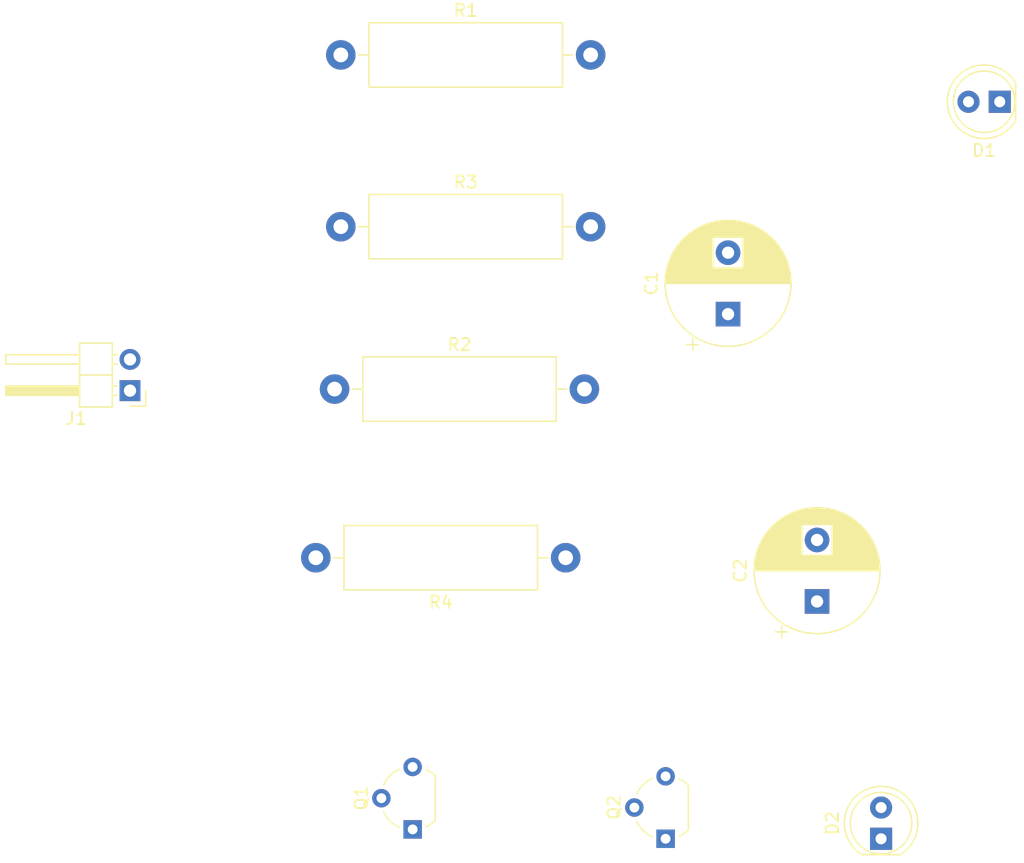
<source format=kicad_pcb>
(kicad_pcb (version 20171130) (host pcbnew "(5.1.7)-1")

  (general
    (thickness 1.6)
    (drawings 0)
    (tracks 0)
    (zones 0)
    (modules 11)
    (nets 9)
  )

  (page A4)
  (layers
    (0 F.Cu signal)
    (31 B.Cu signal)
    (32 B.Adhes user)
    (33 F.Adhes user)
    (34 B.Paste user)
    (35 F.Paste user)
    (36 B.SilkS user)
    (37 F.SilkS user)
    (38 B.Mask user)
    (39 F.Mask user)
    (40 Dwgs.User user)
    (41 Cmts.User user)
    (42 Eco1.User user)
    (43 Eco2.User user)
    (44 Edge.Cuts user)
    (45 Margin user)
    (46 B.CrtYd user)
    (47 F.CrtYd user)
    (48 B.Fab user)
    (49 F.Fab user)
  )

  (setup
    (last_trace_width 0.25)
    (user_trace_width 0.25)
    (user_trace_width 0.5)
    (user_trace_width 1)
    (user_trace_width 2)
    (trace_clearance 0.2)
    (zone_clearance 0.508)
    (zone_45_only no)
    (trace_min 0.2)
    (via_size 0.8)
    (via_drill 0.4)
    (via_min_size 0.4)
    (via_min_drill 0.3)
    (user_via 0.6 0.5)
    (user_via 0.8 0.7)
    (user_via 1 0.9)
    (user_via 1.2 1.1)
    (user_via 1.6 1.5)
    (user_via 2 1.9)
    (uvia_size 0.3)
    (uvia_drill 0.1)
    (uvias_allowed no)
    (uvia_min_size 0.2)
    (uvia_min_drill 0.1)
    (edge_width 0.05)
    (segment_width 0.2)
    (pcb_text_width 0.3)
    (pcb_text_size 1.5 1.5)
    (mod_edge_width 0.12)
    (mod_text_size 1 1)
    (mod_text_width 0.15)
    (pad_size 1.524 1.524)
    (pad_drill 0.762)
    (pad_to_mask_clearance 0)
    (aux_axis_origin 0 0)
    (visible_elements 7FFFFFFF)
    (pcbplotparams
      (layerselection 0x010fc_ffffffff)
      (usegerberextensions false)
      (usegerberattributes true)
      (usegerberadvancedattributes true)
      (creategerberjobfile true)
      (excludeedgelayer true)
      (linewidth 0.100000)
      (plotframeref false)
      (viasonmask false)
      (mode 1)
      (useauxorigin false)
      (hpglpennumber 1)
      (hpglpenspeed 20)
      (hpglpendiameter 15.000000)
      (psnegative false)
      (psa4output false)
      (plotreference true)
      (plotvalue true)
      (plotinvisibletext false)
      (padsonsilk false)
      (subtractmaskfromsilk false)
      (outputformat 1)
      (mirror false)
      (drillshape 1)
      (scaleselection 1)
      (outputdirectory ""))
  )

  (net 0 "")
  (net 1 "Net-(C1-Pad1)")
  (net 2 "Net-(C1-Pad2)")
  (net 3 "Net-(C2-Pad2)")
  (net 4 "Net-(C2-Pad1)")
  (net 5 "Net-(D1-Pad2)")
  (net 6 "Net-(D2-Pad2)")
  (net 7 "Net-(J1-Pad1)")
  (net 8 "Net-(J1-Pad2)")

  (net_class Default "This is the default net class."
    (clearance 0.2)
    (trace_width 0.25)
    (via_dia 0.8)
    (via_drill 0.4)
    (uvia_dia 0.3)
    (uvia_drill 0.1)
    (add_net "Net-(C1-Pad1)")
    (add_net "Net-(C1-Pad2)")
    (add_net "Net-(C2-Pad1)")
    (add_net "Net-(C2-Pad2)")
    (add_net "Net-(D1-Pad2)")
    (add_net "Net-(D2-Pad2)")
    (add_net "Net-(J1-Pad1)")
    (add_net "Net-(J1-Pad2)")
  )

  (module Package_TO_SOT_THT:TO-92_Wide (layer F.Cu) (tedit 5A2795B7) (tstamp 5F9605D5)
    (at 135.382 130.302 90)
    (descr "TO-92 leads molded, wide, drill 0.75mm (see NXP sot054_po.pdf)")
    (tags "to-92 sc-43 sc-43a sot54 PA33 transistor")
    (path /5F95DC28)
    (fp_text reference Q1 (at 2.55 -4.19 90) (layer F.SilkS)
      (effects (font (size 1 1) (thickness 0.15)))
    )
    (fp_text value 2N3904 (at 2.54 2.79 90) (layer F.Fab)
      (effects (font (size 1 1) (thickness 0.15)))
    )
    (fp_line (start 6.09 2.01) (end -1.01 2.01) (layer F.CrtYd) (width 0.05))
    (fp_line (start 6.09 2.01) (end 6.09 -3.55) (layer F.CrtYd) (width 0.05))
    (fp_line (start -1.01 -3.55) (end -1.01 2.01) (layer F.CrtYd) (width 0.05))
    (fp_line (start -1.01 -3.55) (end 6.09 -3.55) (layer F.CrtYd) (width 0.05))
    (fp_line (start 0.8 1.75) (end 4.3 1.75) (layer F.Fab) (width 0.1))
    (fp_line (start 0.74 1.85) (end 4.34 1.85) (layer F.SilkS) (width 0.12))
    (fp_text user %R (at 3.175 -3.175 90) (layer F.Fab)
      (effects (font (size 1 1) (thickness 0.15)))
    )
    (fp_arc (start 2.54 0) (end 0.74 1.85) (angle 20) (layer F.SilkS) (width 0.12))
    (fp_arc (start 2.54 0) (end 1.4 -2.35) (angle -39.12170074) (layer F.SilkS) (width 0.12))
    (fp_arc (start 2.54 0) (end 3.65 -2.35) (angle 39.71668247) (layer F.SilkS) (width 0.12))
    (fp_arc (start 2.54 0) (end 2.54 -2.48) (angle 135) (layer F.Fab) (width 0.1))
    (fp_arc (start 2.54 0) (end 2.54 -2.48) (angle -135) (layer F.Fab) (width 0.1))
    (fp_arc (start 2.54 0) (end 4.34 1.85) (angle -20) (layer F.SilkS) (width 0.12))
    (pad 2 thru_hole circle (at 2.54 -2.54 90) (size 1.5 1.5) (drill 0.8) (layers *.Cu *.Mask)
      (net 3 "Net-(C2-Pad2)"))
    (pad 3 thru_hole circle (at 5.08 0 90) (size 1.5 1.5) (drill 0.8) (layers *.Cu *.Mask)
      (net 1 "Net-(C1-Pad1)"))
    (pad 1 thru_hole rect (at 0 0 90) (size 1.5 1.5) (drill 0.8) (layers *.Cu *.Mask)
      (net 7 "Net-(J1-Pad1)"))
    (model ${KISYS3DMOD}/Package_TO_SOT_THT.3dshapes/TO-92_Wide.wrl
      (at (xyz 0 0 0))
      (scale (xyz 1 1 1))
      (rotate (xyz 0 0 0))
    )
  )

  (module Capacitor_THT:CP_Radial_D10.0mm_P5.00mm (layer F.Cu) (tedit 5AE50EF1) (tstamp 5F96049E)
    (at 161.036 88.392 90)
    (descr "CP, Radial series, Radial, pin pitch=5.00mm, , diameter=10mm, Electrolytic Capacitor")
    (tags "CP Radial series Radial pin pitch 5.00mm  diameter 10mm Electrolytic Capacitor")
    (path /5F95CD09)
    (fp_text reference C1 (at 2.5 -6.25 90) (layer F.SilkS)
      (effects (font (size 1 1) (thickness 0.15)))
    )
    (fp_text value 10uF (at 2.5 6.25 90) (layer F.Fab)
      (effects (font (size 1 1) (thickness 0.15)))
    )
    (fp_line (start -2.479646 -3.375) (end -2.479646 -2.375) (layer F.SilkS) (width 0.12))
    (fp_line (start -2.979646 -2.875) (end -1.979646 -2.875) (layer F.SilkS) (width 0.12))
    (fp_line (start 7.581 -0.599) (end 7.581 0.599) (layer F.SilkS) (width 0.12))
    (fp_line (start 7.541 -0.862) (end 7.541 0.862) (layer F.SilkS) (width 0.12))
    (fp_line (start 7.501 -1.062) (end 7.501 1.062) (layer F.SilkS) (width 0.12))
    (fp_line (start 7.461 -1.23) (end 7.461 1.23) (layer F.SilkS) (width 0.12))
    (fp_line (start 7.421 -1.378) (end 7.421 1.378) (layer F.SilkS) (width 0.12))
    (fp_line (start 7.381 -1.51) (end 7.381 1.51) (layer F.SilkS) (width 0.12))
    (fp_line (start 7.341 -1.63) (end 7.341 1.63) (layer F.SilkS) (width 0.12))
    (fp_line (start 7.301 -1.742) (end 7.301 1.742) (layer F.SilkS) (width 0.12))
    (fp_line (start 7.261 -1.846) (end 7.261 1.846) (layer F.SilkS) (width 0.12))
    (fp_line (start 7.221 -1.944) (end 7.221 1.944) (layer F.SilkS) (width 0.12))
    (fp_line (start 7.181 -2.037) (end 7.181 2.037) (layer F.SilkS) (width 0.12))
    (fp_line (start 7.141 -2.125) (end 7.141 2.125) (layer F.SilkS) (width 0.12))
    (fp_line (start 7.101 -2.209) (end 7.101 2.209) (layer F.SilkS) (width 0.12))
    (fp_line (start 7.061 -2.289) (end 7.061 2.289) (layer F.SilkS) (width 0.12))
    (fp_line (start 7.021 -2.365) (end 7.021 2.365) (layer F.SilkS) (width 0.12))
    (fp_line (start 6.981 -2.439) (end 6.981 2.439) (layer F.SilkS) (width 0.12))
    (fp_line (start 6.941 -2.51) (end 6.941 2.51) (layer F.SilkS) (width 0.12))
    (fp_line (start 6.901 -2.579) (end 6.901 2.579) (layer F.SilkS) (width 0.12))
    (fp_line (start 6.861 -2.645) (end 6.861 2.645) (layer F.SilkS) (width 0.12))
    (fp_line (start 6.821 -2.709) (end 6.821 2.709) (layer F.SilkS) (width 0.12))
    (fp_line (start 6.781 -2.77) (end 6.781 2.77) (layer F.SilkS) (width 0.12))
    (fp_line (start 6.741 -2.83) (end 6.741 2.83) (layer F.SilkS) (width 0.12))
    (fp_line (start 6.701 -2.889) (end 6.701 2.889) (layer F.SilkS) (width 0.12))
    (fp_line (start 6.661 -2.945) (end 6.661 2.945) (layer F.SilkS) (width 0.12))
    (fp_line (start 6.621 -3) (end 6.621 3) (layer F.SilkS) (width 0.12))
    (fp_line (start 6.581 -3.054) (end 6.581 3.054) (layer F.SilkS) (width 0.12))
    (fp_line (start 6.541 -3.106) (end 6.541 3.106) (layer F.SilkS) (width 0.12))
    (fp_line (start 6.501 -3.156) (end 6.501 3.156) (layer F.SilkS) (width 0.12))
    (fp_line (start 6.461 -3.206) (end 6.461 3.206) (layer F.SilkS) (width 0.12))
    (fp_line (start 6.421 -3.254) (end 6.421 3.254) (layer F.SilkS) (width 0.12))
    (fp_line (start 6.381 -3.301) (end 6.381 3.301) (layer F.SilkS) (width 0.12))
    (fp_line (start 6.341 -3.347) (end 6.341 3.347) (layer F.SilkS) (width 0.12))
    (fp_line (start 6.301 -3.392) (end 6.301 3.392) (layer F.SilkS) (width 0.12))
    (fp_line (start 6.261 -3.436) (end 6.261 3.436) (layer F.SilkS) (width 0.12))
    (fp_line (start 6.221 1.241) (end 6.221 3.478) (layer F.SilkS) (width 0.12))
    (fp_line (start 6.221 -3.478) (end 6.221 -1.241) (layer F.SilkS) (width 0.12))
    (fp_line (start 6.181 1.241) (end 6.181 3.52) (layer F.SilkS) (width 0.12))
    (fp_line (start 6.181 -3.52) (end 6.181 -1.241) (layer F.SilkS) (width 0.12))
    (fp_line (start 6.141 1.241) (end 6.141 3.561) (layer F.SilkS) (width 0.12))
    (fp_line (start 6.141 -3.561) (end 6.141 -1.241) (layer F.SilkS) (width 0.12))
    (fp_line (start 6.101 1.241) (end 6.101 3.601) (layer F.SilkS) (width 0.12))
    (fp_line (start 6.101 -3.601) (end 6.101 -1.241) (layer F.SilkS) (width 0.12))
    (fp_line (start 6.061 1.241) (end 6.061 3.64) (layer F.SilkS) (width 0.12))
    (fp_line (start 6.061 -3.64) (end 6.061 -1.241) (layer F.SilkS) (width 0.12))
    (fp_line (start 6.021 1.241) (end 6.021 3.679) (layer F.SilkS) (width 0.12))
    (fp_line (start 6.021 -3.679) (end 6.021 -1.241) (layer F.SilkS) (width 0.12))
    (fp_line (start 5.981 1.241) (end 5.981 3.716) (layer F.SilkS) (width 0.12))
    (fp_line (start 5.981 -3.716) (end 5.981 -1.241) (layer F.SilkS) (width 0.12))
    (fp_line (start 5.941 1.241) (end 5.941 3.753) (layer F.SilkS) (width 0.12))
    (fp_line (start 5.941 -3.753) (end 5.941 -1.241) (layer F.SilkS) (width 0.12))
    (fp_line (start 5.901 1.241) (end 5.901 3.789) (layer F.SilkS) (width 0.12))
    (fp_line (start 5.901 -3.789) (end 5.901 -1.241) (layer F.SilkS) (width 0.12))
    (fp_line (start 5.861 1.241) (end 5.861 3.824) (layer F.SilkS) (width 0.12))
    (fp_line (start 5.861 -3.824) (end 5.861 -1.241) (layer F.SilkS) (width 0.12))
    (fp_line (start 5.821 1.241) (end 5.821 3.858) (layer F.SilkS) (width 0.12))
    (fp_line (start 5.821 -3.858) (end 5.821 -1.241) (layer F.SilkS) (width 0.12))
    (fp_line (start 5.781 1.241) (end 5.781 3.892) (layer F.SilkS) (width 0.12))
    (fp_line (start 5.781 -3.892) (end 5.781 -1.241) (layer F.SilkS) (width 0.12))
    (fp_line (start 5.741 1.241) (end 5.741 3.925) (layer F.SilkS) (width 0.12))
    (fp_line (start 5.741 -3.925) (end 5.741 -1.241) (layer F.SilkS) (width 0.12))
    (fp_line (start 5.701 1.241) (end 5.701 3.957) (layer F.SilkS) (width 0.12))
    (fp_line (start 5.701 -3.957) (end 5.701 -1.241) (layer F.SilkS) (width 0.12))
    (fp_line (start 5.661 1.241) (end 5.661 3.989) (layer F.SilkS) (width 0.12))
    (fp_line (start 5.661 -3.989) (end 5.661 -1.241) (layer F.SilkS) (width 0.12))
    (fp_line (start 5.621 1.241) (end 5.621 4.02) (layer F.SilkS) (width 0.12))
    (fp_line (start 5.621 -4.02) (end 5.621 -1.241) (layer F.SilkS) (width 0.12))
    (fp_line (start 5.581 1.241) (end 5.581 4.05) (layer F.SilkS) (width 0.12))
    (fp_line (start 5.581 -4.05) (end 5.581 -1.241) (layer F.SilkS) (width 0.12))
    (fp_line (start 5.541 1.241) (end 5.541 4.08) (layer F.SilkS) (width 0.12))
    (fp_line (start 5.541 -4.08) (end 5.541 -1.241) (layer F.SilkS) (width 0.12))
    (fp_line (start 5.501 1.241) (end 5.501 4.11) (layer F.SilkS) (width 0.12))
    (fp_line (start 5.501 -4.11) (end 5.501 -1.241) (layer F.SilkS) (width 0.12))
    (fp_line (start 5.461 1.241) (end 5.461 4.138) (layer F.SilkS) (width 0.12))
    (fp_line (start 5.461 -4.138) (end 5.461 -1.241) (layer F.SilkS) (width 0.12))
    (fp_line (start 5.421 1.241) (end 5.421 4.166) (layer F.SilkS) (width 0.12))
    (fp_line (start 5.421 -4.166) (end 5.421 -1.241) (layer F.SilkS) (width 0.12))
    (fp_line (start 5.381 1.241) (end 5.381 4.194) (layer F.SilkS) (width 0.12))
    (fp_line (start 5.381 -4.194) (end 5.381 -1.241) (layer F.SilkS) (width 0.12))
    (fp_line (start 5.341 1.241) (end 5.341 4.221) (layer F.SilkS) (width 0.12))
    (fp_line (start 5.341 -4.221) (end 5.341 -1.241) (layer F.SilkS) (width 0.12))
    (fp_line (start 5.301 1.241) (end 5.301 4.247) (layer F.SilkS) (width 0.12))
    (fp_line (start 5.301 -4.247) (end 5.301 -1.241) (layer F.SilkS) (width 0.12))
    (fp_line (start 5.261 1.241) (end 5.261 4.273) (layer F.SilkS) (width 0.12))
    (fp_line (start 5.261 -4.273) (end 5.261 -1.241) (layer F.SilkS) (width 0.12))
    (fp_line (start 5.221 1.241) (end 5.221 4.298) (layer F.SilkS) (width 0.12))
    (fp_line (start 5.221 -4.298) (end 5.221 -1.241) (layer F.SilkS) (width 0.12))
    (fp_line (start 5.181 1.241) (end 5.181 4.323) (layer F.SilkS) (width 0.12))
    (fp_line (start 5.181 -4.323) (end 5.181 -1.241) (layer F.SilkS) (width 0.12))
    (fp_line (start 5.141 1.241) (end 5.141 4.347) (layer F.SilkS) (width 0.12))
    (fp_line (start 5.141 -4.347) (end 5.141 -1.241) (layer F.SilkS) (width 0.12))
    (fp_line (start 5.101 1.241) (end 5.101 4.371) (layer F.SilkS) (width 0.12))
    (fp_line (start 5.101 -4.371) (end 5.101 -1.241) (layer F.SilkS) (width 0.12))
    (fp_line (start 5.061 1.241) (end 5.061 4.395) (layer F.SilkS) (width 0.12))
    (fp_line (start 5.061 -4.395) (end 5.061 -1.241) (layer F.SilkS) (width 0.12))
    (fp_line (start 5.021 1.241) (end 5.021 4.417) (layer F.SilkS) (width 0.12))
    (fp_line (start 5.021 -4.417) (end 5.021 -1.241) (layer F.SilkS) (width 0.12))
    (fp_line (start 4.981 1.241) (end 4.981 4.44) (layer F.SilkS) (width 0.12))
    (fp_line (start 4.981 -4.44) (end 4.981 -1.241) (layer F.SilkS) (width 0.12))
    (fp_line (start 4.941 1.241) (end 4.941 4.462) (layer F.SilkS) (width 0.12))
    (fp_line (start 4.941 -4.462) (end 4.941 -1.241) (layer F.SilkS) (width 0.12))
    (fp_line (start 4.901 1.241) (end 4.901 4.483) (layer F.SilkS) (width 0.12))
    (fp_line (start 4.901 -4.483) (end 4.901 -1.241) (layer F.SilkS) (width 0.12))
    (fp_line (start 4.861 1.241) (end 4.861 4.504) (layer F.SilkS) (width 0.12))
    (fp_line (start 4.861 -4.504) (end 4.861 -1.241) (layer F.SilkS) (width 0.12))
    (fp_line (start 4.821 1.241) (end 4.821 4.525) (layer F.SilkS) (width 0.12))
    (fp_line (start 4.821 -4.525) (end 4.821 -1.241) (layer F.SilkS) (width 0.12))
    (fp_line (start 4.781 1.241) (end 4.781 4.545) (layer F.SilkS) (width 0.12))
    (fp_line (start 4.781 -4.545) (end 4.781 -1.241) (layer F.SilkS) (width 0.12))
    (fp_line (start 4.741 1.241) (end 4.741 4.564) (layer F.SilkS) (width 0.12))
    (fp_line (start 4.741 -4.564) (end 4.741 -1.241) (layer F.SilkS) (width 0.12))
    (fp_line (start 4.701 1.241) (end 4.701 4.584) (layer F.SilkS) (width 0.12))
    (fp_line (start 4.701 -4.584) (end 4.701 -1.241) (layer F.SilkS) (width 0.12))
    (fp_line (start 4.661 1.241) (end 4.661 4.603) (layer F.SilkS) (width 0.12))
    (fp_line (start 4.661 -4.603) (end 4.661 -1.241) (layer F.SilkS) (width 0.12))
    (fp_line (start 4.621 1.241) (end 4.621 4.621) (layer F.SilkS) (width 0.12))
    (fp_line (start 4.621 -4.621) (end 4.621 -1.241) (layer F.SilkS) (width 0.12))
    (fp_line (start 4.581 1.241) (end 4.581 4.639) (layer F.SilkS) (width 0.12))
    (fp_line (start 4.581 -4.639) (end 4.581 -1.241) (layer F.SilkS) (width 0.12))
    (fp_line (start 4.541 1.241) (end 4.541 4.657) (layer F.SilkS) (width 0.12))
    (fp_line (start 4.541 -4.657) (end 4.541 -1.241) (layer F.SilkS) (width 0.12))
    (fp_line (start 4.501 1.241) (end 4.501 4.674) (layer F.SilkS) (width 0.12))
    (fp_line (start 4.501 -4.674) (end 4.501 -1.241) (layer F.SilkS) (width 0.12))
    (fp_line (start 4.461 1.241) (end 4.461 4.69) (layer F.SilkS) (width 0.12))
    (fp_line (start 4.461 -4.69) (end 4.461 -1.241) (layer F.SilkS) (width 0.12))
    (fp_line (start 4.421 1.241) (end 4.421 4.707) (layer F.SilkS) (width 0.12))
    (fp_line (start 4.421 -4.707) (end 4.421 -1.241) (layer F.SilkS) (width 0.12))
    (fp_line (start 4.381 1.241) (end 4.381 4.723) (layer F.SilkS) (width 0.12))
    (fp_line (start 4.381 -4.723) (end 4.381 -1.241) (layer F.SilkS) (width 0.12))
    (fp_line (start 4.341 1.241) (end 4.341 4.738) (layer F.SilkS) (width 0.12))
    (fp_line (start 4.341 -4.738) (end 4.341 -1.241) (layer F.SilkS) (width 0.12))
    (fp_line (start 4.301 1.241) (end 4.301 4.754) (layer F.SilkS) (width 0.12))
    (fp_line (start 4.301 -4.754) (end 4.301 -1.241) (layer F.SilkS) (width 0.12))
    (fp_line (start 4.261 1.241) (end 4.261 4.768) (layer F.SilkS) (width 0.12))
    (fp_line (start 4.261 -4.768) (end 4.261 -1.241) (layer F.SilkS) (width 0.12))
    (fp_line (start 4.221 1.241) (end 4.221 4.783) (layer F.SilkS) (width 0.12))
    (fp_line (start 4.221 -4.783) (end 4.221 -1.241) (layer F.SilkS) (width 0.12))
    (fp_line (start 4.181 1.241) (end 4.181 4.797) (layer F.SilkS) (width 0.12))
    (fp_line (start 4.181 -4.797) (end 4.181 -1.241) (layer F.SilkS) (width 0.12))
    (fp_line (start 4.141 1.241) (end 4.141 4.811) (layer F.SilkS) (width 0.12))
    (fp_line (start 4.141 -4.811) (end 4.141 -1.241) (layer F.SilkS) (width 0.12))
    (fp_line (start 4.101 1.241) (end 4.101 4.824) (layer F.SilkS) (width 0.12))
    (fp_line (start 4.101 -4.824) (end 4.101 -1.241) (layer F.SilkS) (width 0.12))
    (fp_line (start 4.061 1.241) (end 4.061 4.837) (layer F.SilkS) (width 0.12))
    (fp_line (start 4.061 -4.837) (end 4.061 -1.241) (layer F.SilkS) (width 0.12))
    (fp_line (start 4.021 1.241) (end 4.021 4.85) (layer F.SilkS) (width 0.12))
    (fp_line (start 4.021 -4.85) (end 4.021 -1.241) (layer F.SilkS) (width 0.12))
    (fp_line (start 3.981 1.241) (end 3.981 4.862) (layer F.SilkS) (width 0.12))
    (fp_line (start 3.981 -4.862) (end 3.981 -1.241) (layer F.SilkS) (width 0.12))
    (fp_line (start 3.941 1.241) (end 3.941 4.874) (layer F.SilkS) (width 0.12))
    (fp_line (start 3.941 -4.874) (end 3.941 -1.241) (layer F.SilkS) (width 0.12))
    (fp_line (start 3.901 1.241) (end 3.901 4.885) (layer F.SilkS) (width 0.12))
    (fp_line (start 3.901 -4.885) (end 3.901 -1.241) (layer F.SilkS) (width 0.12))
    (fp_line (start 3.861 1.241) (end 3.861 4.897) (layer F.SilkS) (width 0.12))
    (fp_line (start 3.861 -4.897) (end 3.861 -1.241) (layer F.SilkS) (width 0.12))
    (fp_line (start 3.821 1.241) (end 3.821 4.907) (layer F.SilkS) (width 0.12))
    (fp_line (start 3.821 -4.907) (end 3.821 -1.241) (layer F.SilkS) (width 0.12))
    (fp_line (start 3.781 1.241) (end 3.781 4.918) (layer F.SilkS) (width 0.12))
    (fp_line (start 3.781 -4.918) (end 3.781 -1.241) (layer F.SilkS) (width 0.12))
    (fp_line (start 3.741 -4.928) (end 3.741 4.928) (layer F.SilkS) (width 0.12))
    (fp_line (start 3.701 -4.938) (end 3.701 4.938) (layer F.SilkS) (width 0.12))
    (fp_line (start 3.661 -4.947) (end 3.661 4.947) (layer F.SilkS) (width 0.12))
    (fp_line (start 3.621 -4.956) (end 3.621 4.956) (layer F.SilkS) (width 0.12))
    (fp_line (start 3.581 -4.965) (end 3.581 4.965) (layer F.SilkS) (width 0.12))
    (fp_line (start 3.541 -4.974) (end 3.541 4.974) (layer F.SilkS) (width 0.12))
    (fp_line (start 3.501 -4.982) (end 3.501 4.982) (layer F.SilkS) (width 0.12))
    (fp_line (start 3.461 -4.99) (end 3.461 4.99) (layer F.SilkS) (width 0.12))
    (fp_line (start 3.421 -4.997) (end 3.421 4.997) (layer F.SilkS) (width 0.12))
    (fp_line (start 3.381 -5.004) (end 3.381 5.004) (layer F.SilkS) (width 0.12))
    (fp_line (start 3.341 -5.011) (end 3.341 5.011) (layer F.SilkS) (width 0.12))
    (fp_line (start 3.301 -5.018) (end 3.301 5.018) (layer F.SilkS) (width 0.12))
    (fp_line (start 3.261 -5.024) (end 3.261 5.024) (layer F.SilkS) (width 0.12))
    (fp_line (start 3.221 -5.03) (end 3.221 5.03) (layer F.SilkS) (width 0.12))
    (fp_line (start 3.18 -5.035) (end 3.18 5.035) (layer F.SilkS) (width 0.12))
    (fp_line (start 3.14 -5.04) (end 3.14 5.04) (layer F.SilkS) (width 0.12))
    (fp_line (start 3.1 -5.045) (end 3.1 5.045) (layer F.SilkS) (width 0.12))
    (fp_line (start 3.06 -5.05) (end 3.06 5.05) (layer F.SilkS) (width 0.12))
    (fp_line (start 3.02 -5.054) (end 3.02 5.054) (layer F.SilkS) (width 0.12))
    (fp_line (start 2.98 -5.058) (end 2.98 5.058) (layer F.SilkS) (width 0.12))
    (fp_line (start 2.94 -5.062) (end 2.94 5.062) (layer F.SilkS) (width 0.12))
    (fp_line (start 2.9 -5.065) (end 2.9 5.065) (layer F.SilkS) (width 0.12))
    (fp_line (start 2.86 -5.068) (end 2.86 5.068) (layer F.SilkS) (width 0.12))
    (fp_line (start 2.82 -5.07) (end 2.82 5.07) (layer F.SilkS) (width 0.12))
    (fp_line (start 2.78 -5.073) (end 2.78 5.073) (layer F.SilkS) (width 0.12))
    (fp_line (start 2.74 -5.075) (end 2.74 5.075) (layer F.SilkS) (width 0.12))
    (fp_line (start 2.7 -5.077) (end 2.7 5.077) (layer F.SilkS) (width 0.12))
    (fp_line (start 2.66 -5.078) (end 2.66 5.078) (layer F.SilkS) (width 0.12))
    (fp_line (start 2.62 -5.079) (end 2.62 5.079) (layer F.SilkS) (width 0.12))
    (fp_line (start 2.58 -5.08) (end 2.58 5.08) (layer F.SilkS) (width 0.12))
    (fp_line (start 2.54 -5.08) (end 2.54 5.08) (layer F.SilkS) (width 0.12))
    (fp_line (start 2.5 -5.08) (end 2.5 5.08) (layer F.SilkS) (width 0.12))
    (fp_line (start -1.288861 -2.6875) (end -1.288861 -1.6875) (layer F.Fab) (width 0.1))
    (fp_line (start -1.788861 -2.1875) (end -0.788861 -2.1875) (layer F.Fab) (width 0.1))
    (fp_circle (center 2.5 0) (end 7.75 0) (layer F.CrtYd) (width 0.05))
    (fp_circle (center 2.5 0) (end 7.62 0) (layer F.SilkS) (width 0.12))
    (fp_circle (center 2.5 0) (end 7.5 0) (layer F.Fab) (width 0.1))
    (fp_text user %R (at 2.5 0 90) (layer F.Fab)
      (effects (font (size 1 1) (thickness 0.15)))
    )
    (pad 1 thru_hole rect (at 0 0 90) (size 2 2) (drill 1) (layers *.Cu *.Mask)
      (net 1 "Net-(C1-Pad1)"))
    (pad 2 thru_hole circle (at 5 0 90) (size 2 2) (drill 1) (layers *.Cu *.Mask)
      (net 2 "Net-(C1-Pad2)"))
    (model ${KISYS3DMOD}/Capacitor_THT.3dshapes/CP_Radial_D10.0mm_P5.00mm.wrl
      (at (xyz 0 0 0))
      (scale (xyz 1 1 1))
      (rotate (xyz 0 0 0))
    )
  )

  (module Capacitor_THT:CP_Radial_D10.0mm_P5.00mm (layer F.Cu) (tedit 5AE50EF1) (tstamp 5F96056A)
    (at 168.275 111.76 90)
    (descr "CP, Radial series, Radial, pin pitch=5.00mm, , diameter=10mm, Electrolytic Capacitor")
    (tags "CP Radial series Radial pin pitch 5.00mm  diameter 10mm Electrolytic Capacitor")
    (path /5F95D533)
    (fp_text reference C2 (at 2.5 -6.25 90) (layer F.SilkS)
      (effects (font (size 1 1) (thickness 0.15)))
    )
    (fp_text value 10uF (at 2.5 6.25 90) (layer F.Fab)
      (effects (font (size 1 1) (thickness 0.15)))
    )
    (fp_circle (center 2.5 0) (end 7.5 0) (layer F.Fab) (width 0.1))
    (fp_circle (center 2.5 0) (end 7.62 0) (layer F.SilkS) (width 0.12))
    (fp_circle (center 2.5 0) (end 7.75 0) (layer F.CrtYd) (width 0.05))
    (fp_line (start -1.788861 -2.1875) (end -0.788861 -2.1875) (layer F.Fab) (width 0.1))
    (fp_line (start -1.288861 -2.6875) (end -1.288861 -1.6875) (layer F.Fab) (width 0.1))
    (fp_line (start 2.5 -5.08) (end 2.5 5.08) (layer F.SilkS) (width 0.12))
    (fp_line (start 2.54 -5.08) (end 2.54 5.08) (layer F.SilkS) (width 0.12))
    (fp_line (start 2.58 -5.08) (end 2.58 5.08) (layer F.SilkS) (width 0.12))
    (fp_line (start 2.62 -5.079) (end 2.62 5.079) (layer F.SilkS) (width 0.12))
    (fp_line (start 2.66 -5.078) (end 2.66 5.078) (layer F.SilkS) (width 0.12))
    (fp_line (start 2.7 -5.077) (end 2.7 5.077) (layer F.SilkS) (width 0.12))
    (fp_line (start 2.74 -5.075) (end 2.74 5.075) (layer F.SilkS) (width 0.12))
    (fp_line (start 2.78 -5.073) (end 2.78 5.073) (layer F.SilkS) (width 0.12))
    (fp_line (start 2.82 -5.07) (end 2.82 5.07) (layer F.SilkS) (width 0.12))
    (fp_line (start 2.86 -5.068) (end 2.86 5.068) (layer F.SilkS) (width 0.12))
    (fp_line (start 2.9 -5.065) (end 2.9 5.065) (layer F.SilkS) (width 0.12))
    (fp_line (start 2.94 -5.062) (end 2.94 5.062) (layer F.SilkS) (width 0.12))
    (fp_line (start 2.98 -5.058) (end 2.98 5.058) (layer F.SilkS) (width 0.12))
    (fp_line (start 3.02 -5.054) (end 3.02 5.054) (layer F.SilkS) (width 0.12))
    (fp_line (start 3.06 -5.05) (end 3.06 5.05) (layer F.SilkS) (width 0.12))
    (fp_line (start 3.1 -5.045) (end 3.1 5.045) (layer F.SilkS) (width 0.12))
    (fp_line (start 3.14 -5.04) (end 3.14 5.04) (layer F.SilkS) (width 0.12))
    (fp_line (start 3.18 -5.035) (end 3.18 5.035) (layer F.SilkS) (width 0.12))
    (fp_line (start 3.221 -5.03) (end 3.221 5.03) (layer F.SilkS) (width 0.12))
    (fp_line (start 3.261 -5.024) (end 3.261 5.024) (layer F.SilkS) (width 0.12))
    (fp_line (start 3.301 -5.018) (end 3.301 5.018) (layer F.SilkS) (width 0.12))
    (fp_line (start 3.341 -5.011) (end 3.341 5.011) (layer F.SilkS) (width 0.12))
    (fp_line (start 3.381 -5.004) (end 3.381 5.004) (layer F.SilkS) (width 0.12))
    (fp_line (start 3.421 -4.997) (end 3.421 4.997) (layer F.SilkS) (width 0.12))
    (fp_line (start 3.461 -4.99) (end 3.461 4.99) (layer F.SilkS) (width 0.12))
    (fp_line (start 3.501 -4.982) (end 3.501 4.982) (layer F.SilkS) (width 0.12))
    (fp_line (start 3.541 -4.974) (end 3.541 4.974) (layer F.SilkS) (width 0.12))
    (fp_line (start 3.581 -4.965) (end 3.581 4.965) (layer F.SilkS) (width 0.12))
    (fp_line (start 3.621 -4.956) (end 3.621 4.956) (layer F.SilkS) (width 0.12))
    (fp_line (start 3.661 -4.947) (end 3.661 4.947) (layer F.SilkS) (width 0.12))
    (fp_line (start 3.701 -4.938) (end 3.701 4.938) (layer F.SilkS) (width 0.12))
    (fp_line (start 3.741 -4.928) (end 3.741 4.928) (layer F.SilkS) (width 0.12))
    (fp_line (start 3.781 -4.918) (end 3.781 -1.241) (layer F.SilkS) (width 0.12))
    (fp_line (start 3.781 1.241) (end 3.781 4.918) (layer F.SilkS) (width 0.12))
    (fp_line (start 3.821 -4.907) (end 3.821 -1.241) (layer F.SilkS) (width 0.12))
    (fp_line (start 3.821 1.241) (end 3.821 4.907) (layer F.SilkS) (width 0.12))
    (fp_line (start 3.861 -4.897) (end 3.861 -1.241) (layer F.SilkS) (width 0.12))
    (fp_line (start 3.861 1.241) (end 3.861 4.897) (layer F.SilkS) (width 0.12))
    (fp_line (start 3.901 -4.885) (end 3.901 -1.241) (layer F.SilkS) (width 0.12))
    (fp_line (start 3.901 1.241) (end 3.901 4.885) (layer F.SilkS) (width 0.12))
    (fp_line (start 3.941 -4.874) (end 3.941 -1.241) (layer F.SilkS) (width 0.12))
    (fp_line (start 3.941 1.241) (end 3.941 4.874) (layer F.SilkS) (width 0.12))
    (fp_line (start 3.981 -4.862) (end 3.981 -1.241) (layer F.SilkS) (width 0.12))
    (fp_line (start 3.981 1.241) (end 3.981 4.862) (layer F.SilkS) (width 0.12))
    (fp_line (start 4.021 -4.85) (end 4.021 -1.241) (layer F.SilkS) (width 0.12))
    (fp_line (start 4.021 1.241) (end 4.021 4.85) (layer F.SilkS) (width 0.12))
    (fp_line (start 4.061 -4.837) (end 4.061 -1.241) (layer F.SilkS) (width 0.12))
    (fp_line (start 4.061 1.241) (end 4.061 4.837) (layer F.SilkS) (width 0.12))
    (fp_line (start 4.101 -4.824) (end 4.101 -1.241) (layer F.SilkS) (width 0.12))
    (fp_line (start 4.101 1.241) (end 4.101 4.824) (layer F.SilkS) (width 0.12))
    (fp_line (start 4.141 -4.811) (end 4.141 -1.241) (layer F.SilkS) (width 0.12))
    (fp_line (start 4.141 1.241) (end 4.141 4.811) (layer F.SilkS) (width 0.12))
    (fp_line (start 4.181 -4.797) (end 4.181 -1.241) (layer F.SilkS) (width 0.12))
    (fp_line (start 4.181 1.241) (end 4.181 4.797) (layer F.SilkS) (width 0.12))
    (fp_line (start 4.221 -4.783) (end 4.221 -1.241) (layer F.SilkS) (width 0.12))
    (fp_line (start 4.221 1.241) (end 4.221 4.783) (layer F.SilkS) (width 0.12))
    (fp_line (start 4.261 -4.768) (end 4.261 -1.241) (layer F.SilkS) (width 0.12))
    (fp_line (start 4.261 1.241) (end 4.261 4.768) (layer F.SilkS) (width 0.12))
    (fp_line (start 4.301 -4.754) (end 4.301 -1.241) (layer F.SilkS) (width 0.12))
    (fp_line (start 4.301 1.241) (end 4.301 4.754) (layer F.SilkS) (width 0.12))
    (fp_line (start 4.341 -4.738) (end 4.341 -1.241) (layer F.SilkS) (width 0.12))
    (fp_line (start 4.341 1.241) (end 4.341 4.738) (layer F.SilkS) (width 0.12))
    (fp_line (start 4.381 -4.723) (end 4.381 -1.241) (layer F.SilkS) (width 0.12))
    (fp_line (start 4.381 1.241) (end 4.381 4.723) (layer F.SilkS) (width 0.12))
    (fp_line (start 4.421 -4.707) (end 4.421 -1.241) (layer F.SilkS) (width 0.12))
    (fp_line (start 4.421 1.241) (end 4.421 4.707) (layer F.SilkS) (width 0.12))
    (fp_line (start 4.461 -4.69) (end 4.461 -1.241) (layer F.SilkS) (width 0.12))
    (fp_line (start 4.461 1.241) (end 4.461 4.69) (layer F.SilkS) (width 0.12))
    (fp_line (start 4.501 -4.674) (end 4.501 -1.241) (layer F.SilkS) (width 0.12))
    (fp_line (start 4.501 1.241) (end 4.501 4.674) (layer F.SilkS) (width 0.12))
    (fp_line (start 4.541 -4.657) (end 4.541 -1.241) (layer F.SilkS) (width 0.12))
    (fp_line (start 4.541 1.241) (end 4.541 4.657) (layer F.SilkS) (width 0.12))
    (fp_line (start 4.581 -4.639) (end 4.581 -1.241) (layer F.SilkS) (width 0.12))
    (fp_line (start 4.581 1.241) (end 4.581 4.639) (layer F.SilkS) (width 0.12))
    (fp_line (start 4.621 -4.621) (end 4.621 -1.241) (layer F.SilkS) (width 0.12))
    (fp_line (start 4.621 1.241) (end 4.621 4.621) (layer F.SilkS) (width 0.12))
    (fp_line (start 4.661 -4.603) (end 4.661 -1.241) (layer F.SilkS) (width 0.12))
    (fp_line (start 4.661 1.241) (end 4.661 4.603) (layer F.SilkS) (width 0.12))
    (fp_line (start 4.701 -4.584) (end 4.701 -1.241) (layer F.SilkS) (width 0.12))
    (fp_line (start 4.701 1.241) (end 4.701 4.584) (layer F.SilkS) (width 0.12))
    (fp_line (start 4.741 -4.564) (end 4.741 -1.241) (layer F.SilkS) (width 0.12))
    (fp_line (start 4.741 1.241) (end 4.741 4.564) (layer F.SilkS) (width 0.12))
    (fp_line (start 4.781 -4.545) (end 4.781 -1.241) (layer F.SilkS) (width 0.12))
    (fp_line (start 4.781 1.241) (end 4.781 4.545) (layer F.SilkS) (width 0.12))
    (fp_line (start 4.821 -4.525) (end 4.821 -1.241) (layer F.SilkS) (width 0.12))
    (fp_line (start 4.821 1.241) (end 4.821 4.525) (layer F.SilkS) (width 0.12))
    (fp_line (start 4.861 -4.504) (end 4.861 -1.241) (layer F.SilkS) (width 0.12))
    (fp_line (start 4.861 1.241) (end 4.861 4.504) (layer F.SilkS) (width 0.12))
    (fp_line (start 4.901 -4.483) (end 4.901 -1.241) (layer F.SilkS) (width 0.12))
    (fp_line (start 4.901 1.241) (end 4.901 4.483) (layer F.SilkS) (width 0.12))
    (fp_line (start 4.941 -4.462) (end 4.941 -1.241) (layer F.SilkS) (width 0.12))
    (fp_line (start 4.941 1.241) (end 4.941 4.462) (layer F.SilkS) (width 0.12))
    (fp_line (start 4.981 -4.44) (end 4.981 -1.241) (layer F.SilkS) (width 0.12))
    (fp_line (start 4.981 1.241) (end 4.981 4.44) (layer F.SilkS) (width 0.12))
    (fp_line (start 5.021 -4.417) (end 5.021 -1.241) (layer F.SilkS) (width 0.12))
    (fp_line (start 5.021 1.241) (end 5.021 4.417) (layer F.SilkS) (width 0.12))
    (fp_line (start 5.061 -4.395) (end 5.061 -1.241) (layer F.SilkS) (width 0.12))
    (fp_line (start 5.061 1.241) (end 5.061 4.395) (layer F.SilkS) (width 0.12))
    (fp_line (start 5.101 -4.371) (end 5.101 -1.241) (layer F.SilkS) (width 0.12))
    (fp_line (start 5.101 1.241) (end 5.101 4.371) (layer F.SilkS) (width 0.12))
    (fp_line (start 5.141 -4.347) (end 5.141 -1.241) (layer F.SilkS) (width 0.12))
    (fp_line (start 5.141 1.241) (end 5.141 4.347) (layer F.SilkS) (width 0.12))
    (fp_line (start 5.181 -4.323) (end 5.181 -1.241) (layer F.SilkS) (width 0.12))
    (fp_line (start 5.181 1.241) (end 5.181 4.323) (layer F.SilkS) (width 0.12))
    (fp_line (start 5.221 -4.298) (end 5.221 -1.241) (layer F.SilkS) (width 0.12))
    (fp_line (start 5.221 1.241) (end 5.221 4.298) (layer F.SilkS) (width 0.12))
    (fp_line (start 5.261 -4.273) (end 5.261 -1.241) (layer F.SilkS) (width 0.12))
    (fp_line (start 5.261 1.241) (end 5.261 4.273) (layer F.SilkS) (width 0.12))
    (fp_line (start 5.301 -4.247) (end 5.301 -1.241) (layer F.SilkS) (width 0.12))
    (fp_line (start 5.301 1.241) (end 5.301 4.247) (layer F.SilkS) (width 0.12))
    (fp_line (start 5.341 -4.221) (end 5.341 -1.241) (layer F.SilkS) (width 0.12))
    (fp_line (start 5.341 1.241) (end 5.341 4.221) (layer F.SilkS) (width 0.12))
    (fp_line (start 5.381 -4.194) (end 5.381 -1.241) (layer F.SilkS) (width 0.12))
    (fp_line (start 5.381 1.241) (end 5.381 4.194) (layer F.SilkS) (width 0.12))
    (fp_line (start 5.421 -4.166) (end 5.421 -1.241) (layer F.SilkS) (width 0.12))
    (fp_line (start 5.421 1.241) (end 5.421 4.166) (layer F.SilkS) (width 0.12))
    (fp_line (start 5.461 -4.138) (end 5.461 -1.241) (layer F.SilkS) (width 0.12))
    (fp_line (start 5.461 1.241) (end 5.461 4.138) (layer F.SilkS) (width 0.12))
    (fp_line (start 5.501 -4.11) (end 5.501 -1.241) (layer F.SilkS) (width 0.12))
    (fp_line (start 5.501 1.241) (end 5.501 4.11) (layer F.SilkS) (width 0.12))
    (fp_line (start 5.541 -4.08) (end 5.541 -1.241) (layer F.SilkS) (width 0.12))
    (fp_line (start 5.541 1.241) (end 5.541 4.08) (layer F.SilkS) (width 0.12))
    (fp_line (start 5.581 -4.05) (end 5.581 -1.241) (layer F.SilkS) (width 0.12))
    (fp_line (start 5.581 1.241) (end 5.581 4.05) (layer F.SilkS) (width 0.12))
    (fp_line (start 5.621 -4.02) (end 5.621 -1.241) (layer F.SilkS) (width 0.12))
    (fp_line (start 5.621 1.241) (end 5.621 4.02) (layer F.SilkS) (width 0.12))
    (fp_line (start 5.661 -3.989) (end 5.661 -1.241) (layer F.SilkS) (width 0.12))
    (fp_line (start 5.661 1.241) (end 5.661 3.989) (layer F.SilkS) (width 0.12))
    (fp_line (start 5.701 -3.957) (end 5.701 -1.241) (layer F.SilkS) (width 0.12))
    (fp_line (start 5.701 1.241) (end 5.701 3.957) (layer F.SilkS) (width 0.12))
    (fp_line (start 5.741 -3.925) (end 5.741 -1.241) (layer F.SilkS) (width 0.12))
    (fp_line (start 5.741 1.241) (end 5.741 3.925) (layer F.SilkS) (width 0.12))
    (fp_line (start 5.781 -3.892) (end 5.781 -1.241) (layer F.SilkS) (width 0.12))
    (fp_line (start 5.781 1.241) (end 5.781 3.892) (layer F.SilkS) (width 0.12))
    (fp_line (start 5.821 -3.858) (end 5.821 -1.241) (layer F.SilkS) (width 0.12))
    (fp_line (start 5.821 1.241) (end 5.821 3.858) (layer F.SilkS) (width 0.12))
    (fp_line (start 5.861 -3.824) (end 5.861 -1.241) (layer F.SilkS) (width 0.12))
    (fp_line (start 5.861 1.241) (end 5.861 3.824) (layer F.SilkS) (width 0.12))
    (fp_line (start 5.901 -3.789) (end 5.901 -1.241) (layer F.SilkS) (width 0.12))
    (fp_line (start 5.901 1.241) (end 5.901 3.789) (layer F.SilkS) (width 0.12))
    (fp_line (start 5.941 -3.753) (end 5.941 -1.241) (layer F.SilkS) (width 0.12))
    (fp_line (start 5.941 1.241) (end 5.941 3.753) (layer F.SilkS) (width 0.12))
    (fp_line (start 5.981 -3.716) (end 5.981 -1.241) (layer F.SilkS) (width 0.12))
    (fp_line (start 5.981 1.241) (end 5.981 3.716) (layer F.SilkS) (width 0.12))
    (fp_line (start 6.021 -3.679) (end 6.021 -1.241) (layer F.SilkS) (width 0.12))
    (fp_line (start 6.021 1.241) (end 6.021 3.679) (layer F.SilkS) (width 0.12))
    (fp_line (start 6.061 -3.64) (end 6.061 -1.241) (layer F.SilkS) (width 0.12))
    (fp_line (start 6.061 1.241) (end 6.061 3.64) (layer F.SilkS) (width 0.12))
    (fp_line (start 6.101 -3.601) (end 6.101 -1.241) (layer F.SilkS) (width 0.12))
    (fp_line (start 6.101 1.241) (end 6.101 3.601) (layer F.SilkS) (width 0.12))
    (fp_line (start 6.141 -3.561) (end 6.141 -1.241) (layer F.SilkS) (width 0.12))
    (fp_line (start 6.141 1.241) (end 6.141 3.561) (layer F.SilkS) (width 0.12))
    (fp_line (start 6.181 -3.52) (end 6.181 -1.241) (layer F.SilkS) (width 0.12))
    (fp_line (start 6.181 1.241) (end 6.181 3.52) (layer F.SilkS) (width 0.12))
    (fp_line (start 6.221 -3.478) (end 6.221 -1.241) (layer F.SilkS) (width 0.12))
    (fp_line (start 6.221 1.241) (end 6.221 3.478) (layer F.SilkS) (width 0.12))
    (fp_line (start 6.261 -3.436) (end 6.261 3.436) (layer F.SilkS) (width 0.12))
    (fp_line (start 6.301 -3.392) (end 6.301 3.392) (layer F.SilkS) (width 0.12))
    (fp_line (start 6.341 -3.347) (end 6.341 3.347) (layer F.SilkS) (width 0.12))
    (fp_line (start 6.381 -3.301) (end 6.381 3.301) (layer F.SilkS) (width 0.12))
    (fp_line (start 6.421 -3.254) (end 6.421 3.254) (layer F.SilkS) (width 0.12))
    (fp_line (start 6.461 -3.206) (end 6.461 3.206) (layer F.SilkS) (width 0.12))
    (fp_line (start 6.501 -3.156) (end 6.501 3.156) (layer F.SilkS) (width 0.12))
    (fp_line (start 6.541 -3.106) (end 6.541 3.106) (layer F.SilkS) (width 0.12))
    (fp_line (start 6.581 -3.054) (end 6.581 3.054) (layer F.SilkS) (width 0.12))
    (fp_line (start 6.621 -3) (end 6.621 3) (layer F.SilkS) (width 0.12))
    (fp_line (start 6.661 -2.945) (end 6.661 2.945) (layer F.SilkS) (width 0.12))
    (fp_line (start 6.701 -2.889) (end 6.701 2.889) (layer F.SilkS) (width 0.12))
    (fp_line (start 6.741 -2.83) (end 6.741 2.83) (layer F.SilkS) (width 0.12))
    (fp_line (start 6.781 -2.77) (end 6.781 2.77) (layer F.SilkS) (width 0.12))
    (fp_line (start 6.821 -2.709) (end 6.821 2.709) (layer F.SilkS) (width 0.12))
    (fp_line (start 6.861 -2.645) (end 6.861 2.645) (layer F.SilkS) (width 0.12))
    (fp_line (start 6.901 -2.579) (end 6.901 2.579) (layer F.SilkS) (width 0.12))
    (fp_line (start 6.941 -2.51) (end 6.941 2.51) (layer F.SilkS) (width 0.12))
    (fp_line (start 6.981 -2.439) (end 6.981 2.439) (layer F.SilkS) (width 0.12))
    (fp_line (start 7.021 -2.365) (end 7.021 2.365) (layer F.SilkS) (width 0.12))
    (fp_line (start 7.061 -2.289) (end 7.061 2.289) (layer F.SilkS) (width 0.12))
    (fp_line (start 7.101 -2.209) (end 7.101 2.209) (layer F.SilkS) (width 0.12))
    (fp_line (start 7.141 -2.125) (end 7.141 2.125) (layer F.SilkS) (width 0.12))
    (fp_line (start 7.181 -2.037) (end 7.181 2.037) (layer F.SilkS) (width 0.12))
    (fp_line (start 7.221 -1.944) (end 7.221 1.944) (layer F.SilkS) (width 0.12))
    (fp_line (start 7.261 -1.846) (end 7.261 1.846) (layer F.SilkS) (width 0.12))
    (fp_line (start 7.301 -1.742) (end 7.301 1.742) (layer F.SilkS) (width 0.12))
    (fp_line (start 7.341 -1.63) (end 7.341 1.63) (layer F.SilkS) (width 0.12))
    (fp_line (start 7.381 -1.51) (end 7.381 1.51) (layer F.SilkS) (width 0.12))
    (fp_line (start 7.421 -1.378) (end 7.421 1.378) (layer F.SilkS) (width 0.12))
    (fp_line (start 7.461 -1.23) (end 7.461 1.23) (layer F.SilkS) (width 0.12))
    (fp_line (start 7.501 -1.062) (end 7.501 1.062) (layer F.SilkS) (width 0.12))
    (fp_line (start 7.541 -0.862) (end 7.541 0.862) (layer F.SilkS) (width 0.12))
    (fp_line (start 7.581 -0.599) (end 7.581 0.599) (layer F.SilkS) (width 0.12))
    (fp_line (start -2.979646 -2.875) (end -1.979646 -2.875) (layer F.SilkS) (width 0.12))
    (fp_line (start -2.479646 -3.375) (end -2.479646 -2.375) (layer F.SilkS) (width 0.12))
    (fp_text user %R (at 2.5 0 90) (layer F.Fab)
      (effects (font (size 1 1) (thickness 0.15)))
    )
    (pad 2 thru_hole circle (at 5 0 90) (size 2 2) (drill 1) (layers *.Cu *.Mask)
      (net 3 "Net-(C2-Pad2)"))
    (pad 1 thru_hole rect (at 0 0 90) (size 2 2) (drill 1) (layers *.Cu *.Mask)
      (net 4 "Net-(C2-Pad1)"))
    (model ${KISYS3DMOD}/Capacitor_THT.3dshapes/CP_Radial_D10.0mm_P5.00mm.wrl
      (at (xyz 0 0 0))
      (scale (xyz 1 1 1))
      (rotate (xyz 0 0 0))
    )
  )

  (module LED_THT:LED_D5.0mm (layer F.Cu) (tedit 5995936A) (tstamp 5F96057C)
    (at 183.134 71.12 180)
    (descr "LED, diameter 5.0mm, 2 pins, http://cdn-reichelt.de/documents/datenblatt/A500/LL-504BC2E-009.pdf")
    (tags "LED diameter 5.0mm 2 pins")
    (path /5F95B85C)
    (fp_text reference D1 (at 1.27 -3.96) (layer F.SilkS)
      (effects (font (size 1 1) (thickness 0.15)))
    )
    (fp_text value LED (at 1.27 3.96) (layer F.Fab)
      (effects (font (size 1 1) (thickness 0.15)))
    )
    (fp_line (start 4.5 -3.25) (end -1.95 -3.25) (layer F.CrtYd) (width 0.05))
    (fp_line (start 4.5 3.25) (end 4.5 -3.25) (layer F.CrtYd) (width 0.05))
    (fp_line (start -1.95 3.25) (end 4.5 3.25) (layer F.CrtYd) (width 0.05))
    (fp_line (start -1.95 -3.25) (end -1.95 3.25) (layer F.CrtYd) (width 0.05))
    (fp_line (start -1.29 -1.545) (end -1.29 1.545) (layer F.SilkS) (width 0.12))
    (fp_line (start -1.23 -1.469694) (end -1.23 1.469694) (layer F.Fab) (width 0.1))
    (fp_circle (center 1.27 0) (end 3.77 0) (layer F.SilkS) (width 0.12))
    (fp_circle (center 1.27 0) (end 3.77 0) (layer F.Fab) (width 0.1))
    (fp_arc (start 1.27 0) (end -1.23 -1.469694) (angle 299.1) (layer F.Fab) (width 0.1))
    (fp_arc (start 1.27 0) (end -1.29 -1.54483) (angle 148.9) (layer F.SilkS) (width 0.12))
    (fp_arc (start 1.27 0) (end -1.29 1.54483) (angle -148.9) (layer F.SilkS) (width 0.12))
    (fp_text user %R (at 1.25 0) (layer F.Fab)
      (effects (font (size 0.8 0.8) (thickness 0.2)))
    )
    (pad 1 thru_hole rect (at 0 0 180) (size 1.8 1.8) (drill 0.9) (layers *.Cu *.Mask)
      (net 1 "Net-(C1-Pad1)"))
    (pad 2 thru_hole circle (at 2.54 0 180) (size 1.8 1.8) (drill 0.9) (layers *.Cu *.Mask)
      (net 5 "Net-(D1-Pad2)"))
    (model ${KISYS3DMOD}/LED_THT.3dshapes/LED_D5.0mm.wrl
      (at (xyz 0 0 0))
      (scale (xyz 1 1 1))
      (rotate (xyz 0 0 0))
    )
  )

  (module LED_THT:LED_D5.0mm (layer F.Cu) (tedit 5995936A) (tstamp 5F96058E)
    (at 173.482 131.064 90)
    (descr "LED, diameter 5.0mm, 2 pins, http://cdn-reichelt.de/documents/datenblatt/A500/LL-504BC2E-009.pdf")
    (tags "LED diameter 5.0mm 2 pins")
    (path /5F95C57A)
    (fp_text reference D2 (at 1.27 -3.96 90) (layer F.SilkS)
      (effects (font (size 1 1) (thickness 0.15)))
    )
    (fp_text value LED (at 1.27 3.96 90) (layer F.Fab)
      (effects (font (size 1 1) (thickness 0.15)))
    )
    (fp_circle (center 1.27 0) (end 3.77 0) (layer F.Fab) (width 0.1))
    (fp_circle (center 1.27 0) (end 3.77 0) (layer F.SilkS) (width 0.12))
    (fp_line (start -1.23 -1.469694) (end -1.23 1.469694) (layer F.Fab) (width 0.1))
    (fp_line (start -1.29 -1.545) (end -1.29 1.545) (layer F.SilkS) (width 0.12))
    (fp_line (start -1.95 -3.25) (end -1.95 3.25) (layer F.CrtYd) (width 0.05))
    (fp_line (start -1.95 3.25) (end 4.5 3.25) (layer F.CrtYd) (width 0.05))
    (fp_line (start 4.5 3.25) (end 4.5 -3.25) (layer F.CrtYd) (width 0.05))
    (fp_line (start 4.5 -3.25) (end -1.95 -3.25) (layer F.CrtYd) (width 0.05))
    (fp_text user %R (at 1.25 0 90) (layer F.Fab)
      (effects (font (size 0.8 0.8) (thickness 0.2)))
    )
    (fp_arc (start 1.27 0) (end -1.29 1.54483) (angle -148.9) (layer F.SilkS) (width 0.12))
    (fp_arc (start 1.27 0) (end -1.29 -1.54483) (angle 148.9) (layer F.SilkS) (width 0.12))
    (fp_arc (start 1.27 0) (end -1.23 -1.469694) (angle 299.1) (layer F.Fab) (width 0.1))
    (pad 2 thru_hole circle (at 2.54 0 90) (size 1.8 1.8) (drill 0.9) (layers *.Cu *.Mask)
      (net 6 "Net-(D2-Pad2)"))
    (pad 1 thru_hole rect (at 0 0 90) (size 1.8 1.8) (drill 0.9) (layers *.Cu *.Mask)
      (net 4 "Net-(C2-Pad1)"))
    (model ${KISYS3DMOD}/LED_THT.3dshapes/LED_D5.0mm.wrl
      (at (xyz 0 0 0))
      (scale (xyz 1 1 1))
      (rotate (xyz 0 0 0))
    )
  )

  (module Connector_PinHeader_2.54mm:PinHeader_1x02_P2.54mm_Horizontal (layer F.Cu) (tedit 59FED5CB) (tstamp 5F9605C1)
    (at 112.395 94.615 180)
    (descr "Through hole angled pin header, 1x02, 2.54mm pitch, 6mm pin length, single row")
    (tags "Through hole angled pin header THT 1x02 2.54mm single row")
    (path /5F967EAE)
    (fp_text reference J1 (at 4.385 -2.27) (layer F.SilkS)
      (effects (font (size 1 1) (thickness 0.15)))
    )
    (fp_text value Conn_01x02 (at 4.385 4.81) (layer F.Fab)
      (effects (font (size 1 1) (thickness 0.15)))
    )
    (fp_line (start 10.55 -1.8) (end -1.8 -1.8) (layer F.CrtYd) (width 0.05))
    (fp_line (start 10.55 4.35) (end 10.55 -1.8) (layer F.CrtYd) (width 0.05))
    (fp_line (start -1.8 4.35) (end 10.55 4.35) (layer F.CrtYd) (width 0.05))
    (fp_line (start -1.8 -1.8) (end -1.8 4.35) (layer F.CrtYd) (width 0.05))
    (fp_line (start -1.27 -1.27) (end 0 -1.27) (layer F.SilkS) (width 0.12))
    (fp_line (start -1.27 0) (end -1.27 -1.27) (layer F.SilkS) (width 0.12))
    (fp_line (start 1.042929 2.92) (end 1.44 2.92) (layer F.SilkS) (width 0.12))
    (fp_line (start 1.042929 2.16) (end 1.44 2.16) (layer F.SilkS) (width 0.12))
    (fp_line (start 10.1 2.92) (end 4.1 2.92) (layer F.SilkS) (width 0.12))
    (fp_line (start 10.1 2.16) (end 10.1 2.92) (layer F.SilkS) (width 0.12))
    (fp_line (start 4.1 2.16) (end 10.1 2.16) (layer F.SilkS) (width 0.12))
    (fp_line (start 1.44 1.27) (end 4.1 1.27) (layer F.SilkS) (width 0.12))
    (fp_line (start 1.11 0.38) (end 1.44 0.38) (layer F.SilkS) (width 0.12))
    (fp_line (start 1.11 -0.38) (end 1.44 -0.38) (layer F.SilkS) (width 0.12))
    (fp_line (start 4.1 0.28) (end 10.1 0.28) (layer F.SilkS) (width 0.12))
    (fp_line (start 4.1 0.16) (end 10.1 0.16) (layer F.SilkS) (width 0.12))
    (fp_line (start 4.1 0.04) (end 10.1 0.04) (layer F.SilkS) (width 0.12))
    (fp_line (start 4.1 -0.08) (end 10.1 -0.08) (layer F.SilkS) (width 0.12))
    (fp_line (start 4.1 -0.2) (end 10.1 -0.2) (layer F.SilkS) (width 0.12))
    (fp_line (start 4.1 -0.32) (end 10.1 -0.32) (layer F.SilkS) (width 0.12))
    (fp_line (start 10.1 0.38) (end 4.1 0.38) (layer F.SilkS) (width 0.12))
    (fp_line (start 10.1 -0.38) (end 10.1 0.38) (layer F.SilkS) (width 0.12))
    (fp_line (start 4.1 -0.38) (end 10.1 -0.38) (layer F.SilkS) (width 0.12))
    (fp_line (start 4.1 -1.33) (end 1.44 -1.33) (layer F.SilkS) (width 0.12))
    (fp_line (start 4.1 3.87) (end 4.1 -1.33) (layer F.SilkS) (width 0.12))
    (fp_line (start 1.44 3.87) (end 4.1 3.87) (layer F.SilkS) (width 0.12))
    (fp_line (start 1.44 -1.33) (end 1.44 3.87) (layer F.SilkS) (width 0.12))
    (fp_line (start 4.04 2.86) (end 10.04 2.86) (layer F.Fab) (width 0.1))
    (fp_line (start 10.04 2.22) (end 10.04 2.86) (layer F.Fab) (width 0.1))
    (fp_line (start 4.04 2.22) (end 10.04 2.22) (layer F.Fab) (width 0.1))
    (fp_line (start -0.32 2.86) (end 1.5 2.86) (layer F.Fab) (width 0.1))
    (fp_line (start -0.32 2.22) (end -0.32 2.86) (layer F.Fab) (width 0.1))
    (fp_line (start -0.32 2.22) (end 1.5 2.22) (layer F.Fab) (width 0.1))
    (fp_line (start 4.04 0.32) (end 10.04 0.32) (layer F.Fab) (width 0.1))
    (fp_line (start 10.04 -0.32) (end 10.04 0.32) (layer F.Fab) (width 0.1))
    (fp_line (start 4.04 -0.32) (end 10.04 -0.32) (layer F.Fab) (width 0.1))
    (fp_line (start -0.32 0.32) (end 1.5 0.32) (layer F.Fab) (width 0.1))
    (fp_line (start -0.32 -0.32) (end -0.32 0.32) (layer F.Fab) (width 0.1))
    (fp_line (start -0.32 -0.32) (end 1.5 -0.32) (layer F.Fab) (width 0.1))
    (fp_line (start 1.5 -0.635) (end 2.135 -1.27) (layer F.Fab) (width 0.1))
    (fp_line (start 1.5 3.81) (end 1.5 -0.635) (layer F.Fab) (width 0.1))
    (fp_line (start 4.04 3.81) (end 1.5 3.81) (layer F.Fab) (width 0.1))
    (fp_line (start 4.04 -1.27) (end 4.04 3.81) (layer F.Fab) (width 0.1))
    (fp_line (start 2.135 -1.27) (end 4.04 -1.27) (layer F.Fab) (width 0.1))
    (fp_text user %R (at 2.77 1.27 90) (layer F.Fab)
      (effects (font (size 1 1) (thickness 0.15)))
    )
    (pad 1 thru_hole rect (at 0 0 180) (size 1.7 1.7) (drill 1) (layers *.Cu *.Mask)
      (net 7 "Net-(J1-Pad1)"))
    (pad 2 thru_hole oval (at 0 2.54 180) (size 1.7 1.7) (drill 1) (layers *.Cu *.Mask)
      (net 8 "Net-(J1-Pad2)"))
    (model ${KISYS3DMOD}/Connector_PinHeader_2.54mm.3dshapes/PinHeader_1x02_P2.54mm_Horizontal.wrl
      (at (xyz 0 0 0))
      (scale (xyz 1 1 1))
      (rotate (xyz 0 0 0))
    )
  )

  (module Package_TO_SOT_THT:TO-92_Wide (layer F.Cu) (tedit 5A2795B7) (tstamp 5F9605E9)
    (at 155.956 131.064 90)
    (descr "TO-92 leads molded, wide, drill 0.75mm (see NXP sot054_po.pdf)")
    (tags "to-92 sc-43 sc-43a sot54 PA33 transistor")
    (path /5F95E6F3)
    (fp_text reference Q2 (at 2.55 -4.19 90) (layer F.SilkS)
      (effects (font (size 1 1) (thickness 0.15)))
    )
    (fp_text value 2N3904 (at 2.54 2.79 90) (layer F.Fab)
      (effects (font (size 1 1) (thickness 0.15)))
    )
    (fp_line (start 0.74 1.85) (end 4.34 1.85) (layer F.SilkS) (width 0.12))
    (fp_line (start 0.8 1.75) (end 4.3 1.75) (layer F.Fab) (width 0.1))
    (fp_line (start -1.01 -3.55) (end 6.09 -3.55) (layer F.CrtYd) (width 0.05))
    (fp_line (start -1.01 -3.55) (end -1.01 2.01) (layer F.CrtYd) (width 0.05))
    (fp_line (start 6.09 2.01) (end 6.09 -3.55) (layer F.CrtYd) (width 0.05))
    (fp_line (start 6.09 2.01) (end -1.01 2.01) (layer F.CrtYd) (width 0.05))
    (fp_arc (start 2.54 0) (end 4.34 1.85) (angle -20) (layer F.SilkS) (width 0.12))
    (fp_arc (start 2.54 0) (end 2.54 -2.48) (angle -135) (layer F.Fab) (width 0.1))
    (fp_arc (start 2.54 0) (end 2.54 -2.48) (angle 135) (layer F.Fab) (width 0.1))
    (fp_arc (start 2.54 0) (end 3.65 -2.35) (angle 39.71668247) (layer F.SilkS) (width 0.12))
    (fp_arc (start 2.54 0) (end 1.4 -2.35) (angle -39.12170074) (layer F.SilkS) (width 0.12))
    (fp_arc (start 2.54 0) (end 0.74 1.85) (angle 20) (layer F.SilkS) (width 0.12))
    (pad 1 thru_hole rect (at 0 0 90) (size 1.5 1.5) (drill 0.8) (layers *.Cu *.Mask)
      (net 7 "Net-(J1-Pad1)"))
    (pad 3 thru_hole circle (at 5.08 0 90) (size 1.5 1.5) (drill 0.8) (layers *.Cu *.Mask)
      (net 4 "Net-(C2-Pad1)"))
    (pad 2 thru_hole circle (at 2.54 -2.54 90) (size 1.5 1.5) (drill 0.8) (layers *.Cu *.Mask)
      (net 2 "Net-(C1-Pad2)"))
    (model ${KISYS3DMOD}/Package_TO_SOT_THT.3dshapes/TO-92_Wide.wrl
      (at (xyz 0 0 0))
      (scale (xyz 1 1 1))
      (rotate (xyz 0 0 0))
    )
  )

  (module Resistor_THT:R_Axial_DIN0516_L15.5mm_D5.0mm_P20.32mm_Horizontal (layer F.Cu) (tedit 5AE5139B) (tstamp 5F960600)
    (at 129.54 67.31)
    (descr "Resistor, Axial_DIN0516 series, Axial, Horizontal, pin pitch=20.32mm, 2W, length*diameter=15.5*5mm^2, http://cdn-reichelt.de/documents/datenblatt/B400/1_4W%23YAG.pdf")
    (tags "Resistor Axial_DIN0516 series Axial Horizontal pin pitch 20.32mm 2W length 15.5mm diameter 5mm")
    (path /5F95922F)
    (fp_text reference R1 (at 10.16 -3.62) (layer F.SilkS)
      (effects (font (size 1 1) (thickness 0.15)))
    )
    (fp_text value 470 (at 10.16 3.62) (layer F.Fab)
      (effects (font (size 1 1) (thickness 0.15)))
    )
    (fp_line (start 21.77 -2.75) (end -1.45 -2.75) (layer F.CrtYd) (width 0.05))
    (fp_line (start 21.77 2.75) (end 21.77 -2.75) (layer F.CrtYd) (width 0.05))
    (fp_line (start -1.45 2.75) (end 21.77 2.75) (layer F.CrtYd) (width 0.05))
    (fp_line (start -1.45 -2.75) (end -1.45 2.75) (layer F.CrtYd) (width 0.05))
    (fp_line (start 18.88 0) (end 18.03 0) (layer F.SilkS) (width 0.12))
    (fp_line (start 1.44 0) (end 2.29 0) (layer F.SilkS) (width 0.12))
    (fp_line (start 18.03 -2.62) (end 2.29 -2.62) (layer F.SilkS) (width 0.12))
    (fp_line (start 18.03 2.62) (end 18.03 -2.62) (layer F.SilkS) (width 0.12))
    (fp_line (start 2.29 2.62) (end 18.03 2.62) (layer F.SilkS) (width 0.12))
    (fp_line (start 2.29 -2.62) (end 2.29 2.62) (layer F.SilkS) (width 0.12))
    (fp_line (start 20.32 0) (end 17.91 0) (layer F.Fab) (width 0.1))
    (fp_line (start 0 0) (end 2.41 0) (layer F.Fab) (width 0.1))
    (fp_line (start 17.91 -2.5) (end 2.41 -2.5) (layer F.Fab) (width 0.1))
    (fp_line (start 17.91 2.5) (end 17.91 -2.5) (layer F.Fab) (width 0.1))
    (fp_line (start 2.41 2.5) (end 17.91 2.5) (layer F.Fab) (width 0.1))
    (fp_line (start 2.41 -2.5) (end 2.41 2.5) (layer F.Fab) (width 0.1))
    (fp_text user %R (at 10.16 0) (layer F.Fab)
      (effects (font (size 1 1) (thickness 0.15)))
    )
    (pad 1 thru_hole circle (at 0 0) (size 2.4 2.4) (drill 1.2) (layers *.Cu *.Mask)
      (net 8 "Net-(J1-Pad2)"))
    (pad 2 thru_hole oval (at 20.32 0) (size 2.4 2.4) (drill 1.2) (layers *.Cu *.Mask)
      (net 5 "Net-(D1-Pad2)"))
    (model ${KISYS3DMOD}/Resistor_THT.3dshapes/R_Axial_DIN0516_L15.5mm_D5.0mm_P20.32mm_Horizontal.wrl
      (at (xyz 0 0 0))
      (scale (xyz 1 1 1))
      (rotate (xyz 0 0 0))
    )
  )

  (module Resistor_THT:R_Axial_DIN0516_L15.5mm_D5.0mm_P20.32mm_Horizontal (layer F.Cu) (tedit 5AE5139B) (tstamp 5F960617)
    (at 129.032 94.488)
    (descr "Resistor, Axial_DIN0516 series, Axial, Horizontal, pin pitch=20.32mm, 2W, length*diameter=15.5*5mm^2, http://cdn-reichelt.de/documents/datenblatt/B400/1_4W%23YAG.pdf")
    (tags "Resistor Axial_DIN0516 series Axial Horizontal pin pitch 20.32mm 2W length 15.5mm diameter 5mm")
    (path /5F9647E4)
    (fp_text reference R2 (at 10.16 -3.62) (layer F.SilkS)
      (effects (font (size 1 1) (thickness 0.15)))
    )
    (fp_text value 47k (at 10.16 3.62) (layer F.Fab)
      (effects (font (size 1 1) (thickness 0.15)))
    )
    (fp_line (start 2.41 -2.5) (end 2.41 2.5) (layer F.Fab) (width 0.1))
    (fp_line (start 2.41 2.5) (end 17.91 2.5) (layer F.Fab) (width 0.1))
    (fp_line (start 17.91 2.5) (end 17.91 -2.5) (layer F.Fab) (width 0.1))
    (fp_line (start 17.91 -2.5) (end 2.41 -2.5) (layer F.Fab) (width 0.1))
    (fp_line (start 0 0) (end 2.41 0) (layer F.Fab) (width 0.1))
    (fp_line (start 20.32 0) (end 17.91 0) (layer F.Fab) (width 0.1))
    (fp_line (start 2.29 -2.62) (end 2.29 2.62) (layer F.SilkS) (width 0.12))
    (fp_line (start 2.29 2.62) (end 18.03 2.62) (layer F.SilkS) (width 0.12))
    (fp_line (start 18.03 2.62) (end 18.03 -2.62) (layer F.SilkS) (width 0.12))
    (fp_line (start 18.03 -2.62) (end 2.29 -2.62) (layer F.SilkS) (width 0.12))
    (fp_line (start 1.44 0) (end 2.29 0) (layer F.SilkS) (width 0.12))
    (fp_line (start 18.88 0) (end 18.03 0) (layer F.SilkS) (width 0.12))
    (fp_line (start -1.45 -2.75) (end -1.45 2.75) (layer F.CrtYd) (width 0.05))
    (fp_line (start -1.45 2.75) (end 21.77 2.75) (layer F.CrtYd) (width 0.05))
    (fp_line (start 21.77 2.75) (end 21.77 -2.75) (layer F.CrtYd) (width 0.05))
    (fp_line (start 21.77 -2.75) (end -1.45 -2.75) (layer F.CrtYd) (width 0.05))
    (fp_text user %R (at 10.16 0) (layer F.Fab)
      (effects (font (size 1 1) (thickness 0.15)))
    )
    (pad 2 thru_hole oval (at 20.32 0) (size 2.4 2.4) (drill 1.2) (layers *.Cu *.Mask)
      (net 2 "Net-(C1-Pad2)"))
    (pad 1 thru_hole circle (at 0 0) (size 2.4 2.4) (drill 1.2) (layers *.Cu *.Mask)
      (net 8 "Net-(J1-Pad2)"))
    (model ${KISYS3DMOD}/Resistor_THT.3dshapes/R_Axial_DIN0516_L15.5mm_D5.0mm_P20.32mm_Horizontal.wrl
      (at (xyz 0 0 0))
      (scale (xyz 1 1 1))
      (rotate (xyz 0 0 0))
    )
  )

  (module Resistor_THT:R_Axial_DIN0516_L15.5mm_D5.0mm_P20.32mm_Horizontal (layer F.Cu) (tedit 5AE5139B) (tstamp 5F96062E)
    (at 129.54 81.28)
    (descr "Resistor, Axial_DIN0516 series, Axial, Horizontal, pin pitch=20.32mm, 2W, length*diameter=15.5*5mm^2, http://cdn-reichelt.de/documents/datenblatt/B400/1_4W%23YAG.pdf")
    (tags "Resistor Axial_DIN0516 series Axial Horizontal pin pitch 20.32mm 2W length 15.5mm diameter 5mm")
    (path /5F959E33)
    (fp_text reference R3 (at 10.16 -3.62) (layer F.SilkS)
      (effects (font (size 1 1) (thickness 0.15)))
    )
    (fp_text value 47k (at 10.16 3.62) (layer F.Fab)
      (effects (font (size 1 1) (thickness 0.15)))
    )
    (fp_line (start 2.41 -2.5) (end 2.41 2.5) (layer F.Fab) (width 0.1))
    (fp_line (start 2.41 2.5) (end 17.91 2.5) (layer F.Fab) (width 0.1))
    (fp_line (start 17.91 2.5) (end 17.91 -2.5) (layer F.Fab) (width 0.1))
    (fp_line (start 17.91 -2.5) (end 2.41 -2.5) (layer F.Fab) (width 0.1))
    (fp_line (start 0 0) (end 2.41 0) (layer F.Fab) (width 0.1))
    (fp_line (start 20.32 0) (end 17.91 0) (layer F.Fab) (width 0.1))
    (fp_line (start 2.29 -2.62) (end 2.29 2.62) (layer F.SilkS) (width 0.12))
    (fp_line (start 2.29 2.62) (end 18.03 2.62) (layer F.SilkS) (width 0.12))
    (fp_line (start 18.03 2.62) (end 18.03 -2.62) (layer F.SilkS) (width 0.12))
    (fp_line (start 18.03 -2.62) (end 2.29 -2.62) (layer F.SilkS) (width 0.12))
    (fp_line (start 1.44 0) (end 2.29 0) (layer F.SilkS) (width 0.12))
    (fp_line (start 18.88 0) (end 18.03 0) (layer F.SilkS) (width 0.12))
    (fp_line (start -1.45 -2.75) (end -1.45 2.75) (layer F.CrtYd) (width 0.05))
    (fp_line (start -1.45 2.75) (end 21.77 2.75) (layer F.CrtYd) (width 0.05))
    (fp_line (start 21.77 2.75) (end 21.77 -2.75) (layer F.CrtYd) (width 0.05))
    (fp_line (start 21.77 -2.75) (end -1.45 -2.75) (layer F.CrtYd) (width 0.05))
    (fp_text user %R (at 10.16 0) (layer F.Fab)
      (effects (font (size 1 1) (thickness 0.15)))
    )
    (pad 2 thru_hole oval (at 20.32 0) (size 2.4 2.4) (drill 1.2) (layers *.Cu *.Mask)
      (net 3 "Net-(C2-Pad2)"))
    (pad 1 thru_hole circle (at 0 0) (size 2.4 2.4) (drill 1.2) (layers *.Cu *.Mask)
      (net 8 "Net-(J1-Pad2)"))
    (model ${KISYS3DMOD}/Resistor_THT.3dshapes/R_Axial_DIN0516_L15.5mm_D5.0mm_P20.32mm_Horizontal.wrl
      (at (xyz 0 0 0))
      (scale (xyz 1 1 1))
      (rotate (xyz 0 0 0))
    )
  )

  (module Resistor_THT:R_Axial_DIN0516_L15.5mm_D5.0mm_P20.32mm_Horizontal (layer F.Cu) (tedit 5AE5139B) (tstamp 5F960645)
    (at 147.828 108.204 180)
    (descr "Resistor, Axial_DIN0516 series, Axial, Horizontal, pin pitch=20.32mm, 2W, length*diameter=15.5*5mm^2, http://cdn-reichelt.de/documents/datenblatt/B400/1_4W%23YAG.pdf")
    (tags "Resistor Axial_DIN0516 series Axial Horizontal pin pitch 20.32mm 2W length 15.5mm diameter 5mm")
    (path /5F95A3A6)
    (fp_text reference R4 (at 10.16 -3.62) (layer F.SilkS)
      (effects (font (size 1 1) (thickness 0.15)))
    )
    (fp_text value R (at 10.16 3.62) (layer F.Fab)
      (effects (font (size 1 1) (thickness 0.15)))
    )
    (fp_line (start 21.77 -2.75) (end -1.45 -2.75) (layer F.CrtYd) (width 0.05))
    (fp_line (start 21.77 2.75) (end 21.77 -2.75) (layer F.CrtYd) (width 0.05))
    (fp_line (start -1.45 2.75) (end 21.77 2.75) (layer F.CrtYd) (width 0.05))
    (fp_line (start -1.45 -2.75) (end -1.45 2.75) (layer F.CrtYd) (width 0.05))
    (fp_line (start 18.88 0) (end 18.03 0) (layer F.SilkS) (width 0.12))
    (fp_line (start 1.44 0) (end 2.29 0) (layer F.SilkS) (width 0.12))
    (fp_line (start 18.03 -2.62) (end 2.29 -2.62) (layer F.SilkS) (width 0.12))
    (fp_line (start 18.03 2.62) (end 18.03 -2.62) (layer F.SilkS) (width 0.12))
    (fp_line (start 2.29 2.62) (end 18.03 2.62) (layer F.SilkS) (width 0.12))
    (fp_line (start 2.29 -2.62) (end 2.29 2.62) (layer F.SilkS) (width 0.12))
    (fp_line (start 20.32 0) (end 17.91 0) (layer F.Fab) (width 0.1))
    (fp_line (start 0 0) (end 2.41 0) (layer F.Fab) (width 0.1))
    (fp_line (start 17.91 -2.5) (end 2.41 -2.5) (layer F.Fab) (width 0.1))
    (fp_line (start 17.91 2.5) (end 17.91 -2.5) (layer F.Fab) (width 0.1))
    (fp_line (start 2.41 2.5) (end 17.91 2.5) (layer F.Fab) (width 0.1))
    (fp_line (start 2.41 -2.5) (end 2.41 2.5) (layer F.Fab) (width 0.1))
    (pad 1 thru_hole circle (at 0 0 180) (size 2.4 2.4) (drill 1.2) (layers *.Cu *.Mask)
      (net 6 "Net-(D2-Pad2)"))
    (pad 2 thru_hole oval (at 20.32 0 180) (size 2.4 2.4) (drill 1.2) (layers *.Cu *.Mask)
      (net 8 "Net-(J1-Pad2)"))
    (model ${KISYS3DMOD}/Resistor_THT.3dshapes/R_Axial_DIN0516_L15.5mm_D5.0mm_P20.32mm_Horizontal.wrl
      (at (xyz 0 0 0))
      (scale (xyz 1 1 1))
      (rotate (xyz 0 0 0))
    )
  )

)

</source>
